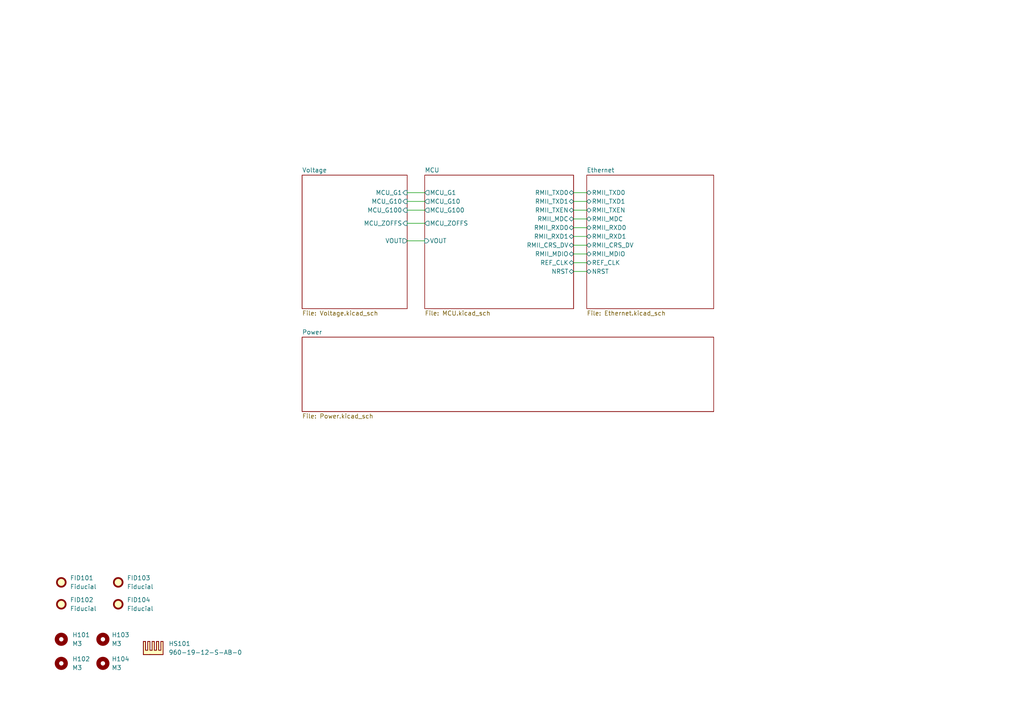
<source format=kicad_sch>
(kicad_sch
	(version 20231120)
	(generator "eeschema")
	(generator_version "8.0")
	(uuid "e8a00664-7a76-490e-9471-410cd41c5487")
	(paper "A4")
	(lib_symbols
		(symbol "Mechanical:Fiducial"
			(exclude_from_sim no)
			(in_bom yes)
			(on_board yes)
			(property "Reference" "FID"
				(at 0 5.08 0)
				(effects
					(font
						(size 1.27 1.27)
					)
				)
			)
			(property "Value" "Fiducial"
				(at 0 3.175 0)
				(effects
					(font
						(size 1.27 1.27)
					)
				)
			)
			(property "Footprint" ""
				(at 0 0 0)
				(effects
					(font
						(size 1.27 1.27)
					)
					(hide yes)
				)
			)
			(property "Datasheet" "~"
				(at 0 0 0)
				(effects
					(font
						(size 1.27 1.27)
					)
					(hide yes)
				)
			)
			(property "Description" "Fiducial Marker"
				(at 0 0 0)
				(effects
					(font
						(size 1.27 1.27)
					)
					(hide yes)
				)
			)
			(property "ki_keywords" "fiducial marker"
				(at 0 0 0)
				(effects
					(font
						(size 1.27 1.27)
					)
					(hide yes)
				)
			)
			(property "ki_fp_filters" "Fiducial*"
				(at 0 0 0)
				(effects
					(font
						(size 1.27 1.27)
					)
					(hide yes)
				)
			)
			(symbol "Fiducial_0_1"
				(circle
					(center 0 0)
					(radius 1.27)
					(stroke
						(width 0.508)
						(type default)
					)
					(fill
						(type background)
					)
				)
			)
		)
		(symbol "Mechanical:Heatsink"
			(pin_names
				(offset 1.016)
			)
			(exclude_from_sim no)
			(in_bom yes)
			(on_board yes)
			(property "Reference" "HS"
				(at 0 5.08 0)
				(effects
					(font
						(size 1.27 1.27)
					)
				)
			)
			(property "Value" "Heatsink"
				(at 0 -1.27 0)
				(effects
					(font
						(size 1.27 1.27)
					)
				)
			)
			(property "Footprint" ""
				(at 0.3048 0 0)
				(effects
					(font
						(size 1.27 1.27)
					)
					(hide yes)
				)
			)
			(property "Datasheet" "~"
				(at 0.3048 0 0)
				(effects
					(font
						(size 1.27 1.27)
					)
					(hide yes)
				)
			)
			(property "Description" "Heatsink"
				(at 0 0 0)
				(effects
					(font
						(size 1.27 1.27)
					)
					(hide yes)
				)
			)
			(property "ki_keywords" "thermal heat temperature"
				(at 0 0 0)
				(effects
					(font
						(size 1.27 1.27)
					)
					(hide yes)
				)
			)
			(property "ki_fp_filters" "Heatsink_*"
				(at 0 0 0)
				(effects
					(font
						(size 1.27 1.27)
					)
					(hide yes)
				)
			)
			(symbol "Heatsink_0_1"
				(polyline
					(pts
						(xy -0.3302 1.27) (xy -0.9652 1.27) (xy -0.9652 3.81) (xy -1.6002 3.81) (xy -1.6002 1.27) (xy -2.2352 1.27)
						(xy -2.2352 3.81) (xy -2.8702 3.81) (xy -2.8702 0) (xy -0.9652 0)
					)
					(stroke
						(width 0.254)
						(type default)
					)
					(fill
						(type background)
					)
				)
				(polyline
					(pts
						(xy -0.3302 1.27) (xy -0.3302 3.81) (xy 0.3048 3.81) (xy 0.3048 1.27) (xy 0.9398 1.27) (xy 0.9398 3.81)
						(xy 1.5748 3.81) (xy 1.5748 1.27) (xy 2.2098 1.27) (xy 2.2098 3.81) (xy 2.8448 3.81) (xy 2.8448 0)
						(xy -0.9652 0)
					)
					(stroke
						(width 0.254)
						(type default)
					)
					(fill
						(type background)
					)
				)
			)
		)
		(symbol "Mechanical:MountingHole"
			(pin_names
				(offset 1.016)
			)
			(exclude_from_sim no)
			(in_bom yes)
			(on_board yes)
			(property "Reference" "H"
				(at 0 5.08 0)
				(effects
					(font
						(size 1.27 1.27)
					)
				)
			)
			(property "Value" "MountingHole"
				(at 0 3.175 0)
				(effects
					(font
						(size 1.27 1.27)
					)
				)
			)
			(property "Footprint" ""
				(at 0 0 0)
				(effects
					(font
						(size 1.27 1.27)
					)
					(hide yes)
				)
			)
			(property "Datasheet" "~"
				(at 0 0 0)
				(effects
					(font
						(size 1.27 1.27)
					)
					(hide yes)
				)
			)
			(property "Description" "Mounting Hole without connection"
				(at 0 0 0)
				(effects
					(font
						(size 1.27 1.27)
					)
					(hide yes)
				)
			)
			(property "ki_keywords" "mounting hole"
				(at 0 0 0)
				(effects
					(font
						(size 1.27 1.27)
					)
					(hide yes)
				)
			)
			(property "ki_fp_filters" "MountingHole*"
				(at 0 0 0)
				(effects
					(font
						(size 1.27 1.27)
					)
					(hide yes)
				)
			)
			(symbol "MountingHole_0_1"
				(circle
					(center 0 0)
					(radius 1.27)
					(stroke
						(width 1.27)
						(type default)
					)
					(fill
						(type none)
					)
				)
			)
		)
	)
	(wire
		(pts
			(xy 118.11 58.42) (xy 123.19 58.42)
		)
		(stroke
			(width 0)
			(type default)
		)
		(uuid "20a91d1e-e635-422a-bc72-c51d2ac6b466")
	)
	(wire
		(pts
			(xy 118.11 69.85) (xy 123.19 69.85)
		)
		(stroke
			(width 0)
			(type default)
		)
		(uuid "51313f26-49fa-483c-b7ee-f15e6125a6f5")
	)
	(wire
		(pts
			(xy 166.37 58.42) (xy 170.18 58.42)
		)
		(stroke
			(width 0)
			(type default)
		)
		(uuid "52afba11-b750-474b-84c7-0adc0639379f")
	)
	(wire
		(pts
			(xy 166.37 71.12) (xy 170.18 71.12)
		)
		(stroke
			(width 0)
			(type default)
		)
		(uuid "588ba29f-7973-473f-afd7-5dd7559796a1")
	)
	(wire
		(pts
			(xy 118.11 64.77) (xy 123.19 64.77)
		)
		(stroke
			(width 0)
			(type default)
		)
		(uuid "6313f874-119e-40e1-911d-0b5cddf89a8d")
	)
	(wire
		(pts
			(xy 166.37 63.5) (xy 170.18 63.5)
		)
		(stroke
			(width 0)
			(type default)
		)
		(uuid "6df94a4a-2e3f-4e28-9ccd-02a52b244871")
	)
	(wire
		(pts
			(xy 166.37 76.2) (xy 170.18 76.2)
		)
		(stroke
			(width 0)
			(type default)
		)
		(uuid "816b34fa-29f0-4a0e-81d3-5f003a1203d6")
	)
	(wire
		(pts
			(xy 166.37 73.66) (xy 170.18 73.66)
		)
		(stroke
			(width 0)
			(type default)
		)
		(uuid "8a9c2b91-50aa-4243-97d3-46cef83f90a9")
	)
	(wire
		(pts
			(xy 166.37 60.96) (xy 170.18 60.96)
		)
		(stroke
			(width 0)
			(type default)
		)
		(uuid "9e0fa05e-fde0-459e-b467-e5e774ca65b9")
	)
	(wire
		(pts
			(xy 166.37 66.04) (xy 170.18 66.04)
		)
		(stroke
			(width 0)
			(type default)
		)
		(uuid "9f74852c-09c7-4d4e-8199-12da3f389930")
	)
	(wire
		(pts
			(xy 166.37 78.74) (xy 170.18 78.74)
		)
		(stroke
			(width 0)
			(type default)
		)
		(uuid "a42f9a50-681e-4fba-adff-e40a12c9a717")
	)
	(wire
		(pts
			(xy 118.11 60.96) (xy 123.19 60.96)
		)
		(stroke
			(width 0)
			(type default)
		)
		(uuid "c8170beb-bf3a-45db-af4e-8f4ee9d9cbbc")
	)
	(wire
		(pts
			(xy 118.11 55.88) (xy 123.19 55.88)
		)
		(stroke
			(width 0)
			(type default)
		)
		(uuid "c89ceef6-aac1-45b9-b647-da521838ca08")
	)
	(wire
		(pts
			(xy 166.37 68.58) (xy 170.18 68.58)
		)
		(stroke
			(width 0)
			(type default)
		)
		(uuid "d12d0780-45f6-4fde-aa11-49673dfb4bf1")
	)
	(wire
		(pts
			(xy 166.37 55.88) (xy 170.18 55.88)
		)
		(stroke
			(width 0)
			(type default)
		)
		(uuid "e408b3f7-71c7-4c5d-bcb6-7028ef0ab446")
	)
	(symbol
		(lib_id "Mechanical:MountingHole")
		(at 17.78 192.405 0)
		(unit 1)
		(exclude_from_sim no)
		(in_bom yes)
		(on_board yes)
		(dnp no)
		(fields_autoplaced yes)
		(uuid "175aa557-ae78-4d55-b7e3-b119d8d861f0")
		(property "Reference" "H102"
			(at 20.955 191.135 0)
			(effects
				(font
					(size 1.27 1.27)
				)
				(justify left)
			)
		)
		(property "Value" "M3"
			(at 20.955 193.675 0)
			(effects
				(font
					(size 1.27 1.27)
				)
				(justify left)
			)
		)
		(property "Footprint" "MountingHole:MountingHole_3.2mm_M3_DIN965_Pad"
			(at 17.78 192.405 0)
			(effects
				(font
					(size 1.27 1.27)
				)
				(hide yes)
			)
		)
		(property "Datasheet" "~"
			(at 17.78 192.405 0)
			(effects
				(font
					(size 1.27 1.27)
				)
				(hide yes)
			)
		)
		(property "Description" ""
			(at 17.78 192.405 0)
			(effects
				(font
					(size 1.27 1.27)
				)
				(hide yes)
			)
		)
		(instances
			(project "ETH1ACPL-C79x"
				(path "/e8a00664-7a76-490e-9471-410cd41c5487"
					(reference "H102")
					(unit 1)
				)
			)
		)
	)
	(symbol
		(lib_id "Mechanical:MountingHole")
		(at 29.845 192.405 0)
		(unit 1)
		(exclude_from_sim no)
		(in_bom yes)
		(on_board yes)
		(dnp no)
		(fields_autoplaced yes)
		(uuid "198cbb0e-a3dd-45fe-9cd1-30cf3f62756d")
		(property "Reference" "H104"
			(at 32.385 191.135 0)
			(effects
				(font
					(size 1.27 1.27)
				)
				(justify left)
			)
		)
		(property "Value" "M3"
			(at 32.385 193.675 0)
			(effects
				(font
					(size 1.27 1.27)
				)
				(justify left)
			)
		)
		(property "Footprint" "MountingHole:MountingHole_3.2mm_M3_DIN965_Pad"
			(at 29.845 192.405 0)
			(effects
				(font
					(size 1.27 1.27)
				)
				(hide yes)
			)
		)
		(property "Datasheet" "~"
			(at 29.845 192.405 0)
			(effects
				(font
					(size 1.27 1.27)
				)
				(hide yes)
			)
		)
		(property "Description" ""
			(at 29.845 192.405 0)
			(effects
				(font
					(size 1.27 1.27)
				)
				(hide yes)
			)
		)
		(instances
			(project "ETH1ACPL-C79x"
				(path "/e8a00664-7a76-490e-9471-410cd41c5487"
					(reference "H104")
					(unit 1)
				)
			)
		)
	)
	(symbol
		(lib_id "Mechanical:Heatsink")
		(at 44.45 189.865 0)
		(unit 1)
		(exclude_from_sim no)
		(in_bom yes)
		(on_board yes)
		(dnp no)
		(fields_autoplaced yes)
		(uuid "2df38af2-1109-4d96-8be9-961d8335a4c5")
		(property "Reference" "HS101"
			(at 48.895 186.69 0)
			(effects
				(font
					(size 1.27 1.27)
				)
				(justify left)
			)
		)
		(property "Value" "960-19-12-S-AB-0"
			(at 48.895 189.23 0)
			(effects
				(font
					(size 1.27 1.27)
				)
				(justify left)
			)
		)
		(property "Footprint" "ETH1ACPL-C79x:960-19-12-S-AB-0"
			(at 44.7548 189.865 0)
			(effects
				(font
					(size 1.27 1.27)
				)
				(hide yes)
			)
		)
		(property "Datasheet" "~"
			(at 44.7548 189.865 0)
			(effects
				(font
					(size 1.27 1.27)
				)
				(hide yes)
			)
		)
		(property "Description" ""
			(at 44.45 189.865 0)
			(effects
				(font
					(size 1.27 1.27)
				)
				(hide yes)
			)
		)
		(instances
			(project "ETH1ACPL-C79x"
				(path "/e8a00664-7a76-490e-9471-410cd41c5487"
					(reference "HS101")
					(unit 1)
				)
			)
		)
	)
	(symbol
		(lib_id "Mechanical:Fiducial")
		(at 17.78 168.91 0)
		(unit 1)
		(exclude_from_sim no)
		(in_bom yes)
		(on_board yes)
		(dnp no)
		(fields_autoplaced yes)
		(uuid "32060e30-b8d6-4a70-b9b5-27a51ea0f15b")
		(property "Reference" "FID101"
			(at 20.32 167.6399 0)
			(effects
				(font
					(size 1.27 1.27)
				)
				(justify left)
			)
		)
		(property "Value" "Fiducial"
			(at 20.32 170.1799 0)
			(effects
				(font
					(size 1.27 1.27)
				)
				(justify left)
			)
		)
		(property "Footprint" "Fiducial:Fiducial_1.5mm_Mask3mm"
			(at 17.78 168.91 0)
			(effects
				(font
					(size 1.27 1.27)
				)
				(hide yes)
			)
		)
		(property "Datasheet" "~"
			(at 17.78 168.91 0)
			(effects
				(font
					(size 1.27 1.27)
				)
				(hide yes)
			)
		)
		(property "Description" "Fiducial Marker"
			(at 17.78 168.91 0)
			(effects
				(font
					(size 1.27 1.27)
				)
				(hide yes)
			)
		)
		(instances
			(project "ETH1ACPL-C79x"
				(path "/e8a00664-7a76-490e-9471-410cd41c5487"
					(reference "FID101")
					(unit 1)
				)
			)
		)
	)
	(symbol
		(lib_id "Mechanical:Fiducial")
		(at 17.78 175.26 0)
		(unit 1)
		(exclude_from_sim no)
		(in_bom yes)
		(on_board yes)
		(dnp no)
		(fields_autoplaced yes)
		(uuid "49b056c9-cff9-478a-9c7f-1392f855ddac")
		(property "Reference" "FID102"
			(at 20.32 173.9899 0)
			(effects
				(font
					(size 1.27 1.27)
				)
				(justify left)
			)
		)
		(property "Value" "Fiducial"
			(at 20.32 176.5299 0)
			(effects
				(font
					(size 1.27 1.27)
				)
				(justify left)
			)
		)
		(property "Footprint" "Fiducial:Fiducial_1.5mm_Mask3mm"
			(at 17.78 175.26 0)
			(effects
				(font
					(size 1.27 1.27)
				)
				(hide yes)
			)
		)
		(property "Datasheet" "~"
			(at 17.78 175.26 0)
			(effects
				(font
					(size 1.27 1.27)
				)
				(hide yes)
			)
		)
		(property "Description" "Fiducial Marker"
			(at 17.78 175.26 0)
			(effects
				(font
					(size 1.27 1.27)
				)
				(hide yes)
			)
		)
		(instances
			(project "ETH1ACPL-C79x"
				(path "/e8a00664-7a76-490e-9471-410cd41c5487"
					(reference "FID102")
					(unit 1)
				)
			)
		)
	)
	(symbol
		(lib_id "Mechanical:MountingHole")
		(at 17.78 185.42 0)
		(unit 1)
		(exclude_from_sim no)
		(in_bom yes)
		(on_board yes)
		(dnp no)
		(fields_autoplaced yes)
		(uuid "9a49d7c2-a71f-4ecd-9cce-1c043b9cee8b")
		(property "Reference" "H101"
			(at 20.955 184.15 0)
			(effects
				(font
					(size 1.27 1.27)
				)
				(justify left)
			)
		)
		(property "Value" "M3"
			(at 20.955 186.69 0)
			(effects
				(font
					(size 1.27 1.27)
				)
				(justify left)
			)
		)
		(property "Footprint" "MountingHole:MountingHole_3.2mm_M3_DIN965"
			(at 17.78 185.42 0)
			(effects
				(font
					(size 1.27 1.27)
				)
				(hide yes)
			)
		)
		(property "Datasheet" "~"
			(at 17.78 185.42 0)
			(effects
				(font
					(size 1.27 1.27)
				)
				(hide yes)
			)
		)
		(property "Description" ""
			(at 17.78 185.42 0)
			(effects
				(font
					(size 1.27 1.27)
				)
				(hide yes)
			)
		)
		(instances
			(project "ETH1ACPL-C79x"
				(path "/e8a00664-7a76-490e-9471-410cd41c5487"
					(reference "H101")
					(unit 1)
				)
			)
		)
	)
	(symbol
		(lib_id "Mechanical:MountingHole")
		(at 29.845 185.42 0)
		(unit 1)
		(exclude_from_sim no)
		(in_bom yes)
		(on_board yes)
		(dnp no)
		(fields_autoplaced yes)
		(uuid "9ed786e4-12e5-40f5-83c0-44e8979f7fab")
		(property "Reference" "H103"
			(at 32.385 184.15 0)
			(effects
				(font
					(size 1.27 1.27)
				)
				(justify left)
			)
		)
		(property "Value" "M3"
			(at 32.385 186.69 0)
			(effects
				(font
					(size 1.27 1.27)
				)
				(justify left)
			)
		)
		(property "Footprint" "MountingHole:MountingHole_3.2mm_M3_DIN965"
			(at 29.845 185.42 0)
			(effects
				(font
					(size 1.27 1.27)
				)
				(hide yes)
			)
		)
		(property "Datasheet" "~"
			(at 29.845 185.42 0)
			(effects
				(font
					(size 1.27 1.27)
				)
				(hide yes)
			)
		)
		(property "Description" ""
			(at 29.845 185.42 0)
			(effects
				(font
					(size 1.27 1.27)
				)
				(hide yes)
			)
		)
		(instances
			(project "ETH1ACPL-C79x"
				(path "/e8a00664-7a76-490e-9471-410cd41c5487"
					(reference "H103")
					(unit 1)
				)
			)
		)
	)
	(symbol
		(lib_id "Mechanical:Fiducial")
		(at 34.29 168.91 0)
		(unit 1)
		(exclude_from_sim no)
		(in_bom yes)
		(on_board yes)
		(dnp no)
		(fields_autoplaced yes)
		(uuid "a329ad3c-7c12-41a0-ba45-c23ba3c774cf")
		(property "Reference" "FID103"
			(at 36.83 167.6399 0)
			(effects
				(font
					(size 1.27 1.27)
				)
				(justify left)
			)
		)
		(property "Value" "Fiducial"
			(at 36.83 170.1799 0)
			(effects
				(font
					(size 1.27 1.27)
				)
				(justify left)
			)
		)
		(property "Footprint" "Fiducial:Fiducial_1.5mm_Mask3mm"
			(at 34.29 168.91 0)
			(effects
				(font
					(size 1.27 1.27)
				)
				(hide yes)
			)
		)
		(property "Datasheet" "~"
			(at 34.29 168.91 0)
			(effects
				(font
					(size 1.27 1.27)
				)
				(hide yes)
			)
		)
		(property "Description" "Fiducial Marker"
			(at 34.29 168.91 0)
			(effects
				(font
					(size 1.27 1.27)
				)
				(hide yes)
			)
		)
		(instances
			(project "ETH1ACPL-C79x"
				(path "/e8a00664-7a76-490e-9471-410cd41c5487"
					(reference "FID103")
					(unit 1)
				)
			)
		)
	)
	(symbol
		(lib_id "Mechanical:Fiducial")
		(at 34.29 175.26 0)
		(unit 1)
		(exclude_from_sim no)
		(in_bom yes)
		(on_board yes)
		(dnp no)
		(fields_autoplaced yes)
		(uuid "fb4f35aa-3e7a-463f-92cf-9c8b13c20256")
		(property "Reference" "FID104"
			(at 36.83 173.9899 0)
			(effects
				(font
					(size 1.27 1.27)
				)
				(justify left)
			)
		)
		(property "Value" "Fiducial"
			(at 36.83 176.5299 0)
			(effects
				(font
					(size 1.27 1.27)
				)
				(justify left)
			)
		)
		(property "Footprint" "Fiducial:Fiducial_1.5mm_Mask3mm"
			(at 34.29 175.26 0)
			(effects
				(font
					(size 1.27 1.27)
				)
				(hide yes)
			)
		)
		(property "Datasheet" "~"
			(at 34.29 175.26 0)
			(effects
				(font
					(size 1.27 1.27)
				)
				(hide yes)
			)
		)
		(property "Description" "Fiducial Marker"
			(at 34.29 175.26 0)
			(effects
				(font
					(size 1.27 1.27)
				)
				(hide yes)
			)
		)
		(instances
			(project "ETH1ACPL-C79x"
				(path "/e8a00664-7a76-490e-9471-410cd41c5487"
					(reference "FID104")
					(unit 1)
				)
			)
		)
	)
	(sheet
		(at 87.63 50.8)
		(size 30.48 38.735)
		(fields_autoplaced yes)
		(stroke
			(width 0.1524)
			(type solid)
		)
		(fill
			(color 0 0 0 0.0000)
		)
		(uuid "0c5ac836-56da-45d2-a861-346d6ac8e804")
		(property "Sheetname" "Voltage"
			(at 87.63 50.0884 0)
			(effects
				(font
					(size 1.27 1.27)
				)
				(justify left bottom)
			)
		)
		(property "Sheetfile" "Voltage.kicad_sch"
			(at 87.63 90.1196 0)
			(effects
				(font
					(size 1.27 1.27)
				)
				(justify left top)
			)
		)
		(pin "VOUT" output
			(at 118.11 69.85 0)
			(effects
				(font
					(size 1.27 1.27)
				)
				(justify right)
			)
			(uuid "2ccab28d-25d6-432f-8db0-13d15c14dd6f")
		)
		(pin "MCU_G1" input
			(at 118.11 55.88 0)
			(effects
				(font
					(size 1.27 1.27)
				)
				(justify right)
			)
			(uuid "20fee87e-5b85-4baf-892e-d26f8c2d6adc")
		)
		(pin "MCU_G10" input
			(at 118.11 58.42 0)
			(effects
				(font
					(size 1.27 1.27)
				)
				(justify right)
			)
			(uuid "90dd0093-f7d6-4d6a-abc5-2480025414a5")
		)
		(pin "MCU_G100" input
			(at 118.11 60.96 0)
			(effects
				(font
					(size 1.27 1.27)
				)
				(justify right)
			)
			(uuid "5ce5af33-b3a6-40e2-9a9c-8cba61f20d48")
		)
		(pin "MCU_ZOFFS" input
			(at 118.11 64.77 0)
			(effects
				(font
					(size 1.27 1.27)
				)
				(justify right)
			)
			(uuid "ca60b918-b80a-4bf8-8a23-05d0ba2caa94")
		)
		(instances
			(project "ETH1ACPL-C79x"
				(path "/e8a00664-7a76-490e-9471-410cd41c5487"
					(page "5")
				)
			)
		)
	)
	(sheet
		(at 170.18 50.8)
		(size 36.83 38.735)
		(fields_autoplaced yes)
		(stroke
			(width 0.1524)
			(type solid)
		)
		(fill
			(color 0 0 0 0.0000)
		)
		(uuid "2901751b-a680-4678-bb03-eb29728a9ca7")
		(property "Sheetname" "Ethernet"
			(at 170.18 50.0884 0)
			(effects
				(font
					(size 1.27 1.27)
				)
				(justify left bottom)
			)
		)
		(property "Sheetfile" "Ethernet.kicad_sch"
			(at 170.18 90.1196 0)
			(effects
				(font
					(size 1.27 1.27)
				)
				(justify left top)
			)
		)
		(pin "REF_CLK" bidirectional
			(at 170.18 76.2 180)
			(effects
				(font
					(size 1.27 1.27)
				)
				(justify left)
			)
			(uuid "92bf75ba-5652-4a24-af76-d9d5f5618ede")
		)
		(pin "RMII_MDIO" bidirectional
			(at 170.18 73.66 180)
			(effects
				(font
					(size 1.27 1.27)
				)
				(justify left)
			)
			(uuid "d49fb92b-6e06-4505-968f-6a018115063d")
		)
		(pin "RMII_MDC" bidirectional
			(at 170.18 63.5 180)
			(effects
				(font
					(size 1.27 1.27)
				)
				(justify left)
			)
			(uuid "a895d677-6056-4253-bf83-c35d33922cba")
		)
		(pin "NRST" bidirectional
			(at 170.18 78.74 180)
			(effects
				(font
					(size 1.27 1.27)
				)
				(justify left)
			)
			(uuid "ba900094-f261-47c1-ae72-5775ab159731")
		)
		(pin "RMII_TXD1" bidirectional
			(at 170.18 58.42 180)
			(effects
				(font
					(size 1.27 1.27)
				)
				(justify left)
			)
			(uuid "160c31ef-219a-4fdc-8fbc-d811041bf20f")
		)
		(pin "RMII_CRS_DV" bidirectional
			(at 170.18 71.12 180)
			(effects
				(font
					(size 1.27 1.27)
				)
				(justify left)
			)
			(uuid "8b0a6e6b-91d0-44ce-a6e3-cace74594553")
		)
		(pin "RMII_RXD1" bidirectional
			(at 170.18 68.58 180)
			(effects
				(font
					(size 1.27 1.27)
				)
				(justify left)
			)
			(uuid "7d65146a-0869-490c-ab15-1143d317f1c5")
		)
		(pin "RMII_TXD0" bidirectional
			(at 170.18 55.88 180)
			(effects
				(font
					(size 1.27 1.27)
				)
				(justify left)
			)
			(uuid "f8502cf2-af36-4392-8f51-669cf5b08fdb")
		)
		(pin "RMII_TXEN" bidirectional
			(at 170.18 60.96 180)
			(effects
				(font
					(size 1.27 1.27)
				)
				(justify left)
			)
			(uuid "c59df906-bcdc-4fac-a6a1-5934d5de5932")
		)
		(pin "RMII_RXD0" bidirectional
			(at 170.18 66.04 180)
			(effects
				(font
					(size 1.27 1.27)
				)
				(justify left)
			)
			(uuid "7502d5f1-de64-4b5f-a4d4-92afa971c370")
		)
		(instances
			(project "ETH1ACPL-C79x"
				(path "/e8a00664-7a76-490e-9471-410cd41c5487"
					(page "4")
				)
			)
		)
	)
	(sheet
		(at 123.19 50.8)
		(size 43.18 38.735)
		(fields_autoplaced yes)
		(stroke
			(width 0.1524)
			(type solid)
		)
		(fill
			(color 0 0 0 0.0000)
		)
		(uuid "79c23414-ecb6-4a0c-899f-871e97dd0b96")
		(property "Sheetname" "MCU"
			(at 123.19 50.0884 0)
			(effects
				(font
					(size 1.27 1.27)
				)
				(justify left bottom)
			)
		)
		(property "Sheetfile" "MCU.kicad_sch"
			(at 123.19 90.1196 0)
			(effects
				(font
					(size 1.27 1.27)
				)
				(justify left top)
			)
		)
		(pin "RMII_TXD1" bidirectional
			(at 166.37 58.42 0)
			(effects
				(font
					(size 1.27 1.27)
				)
				(justify right)
			)
			(uuid "d03b7559-aab4-4ead-ba5f-54e33d7671b6")
		)
		(pin "RMII_TXEN" bidirectional
			(at 166.37 60.96 0)
			(effects
				(font
					(size 1.27 1.27)
				)
				(justify right)
			)
			(uuid "e3929422-6c0a-478f-a22b-9a5bce6dbdf3")
		)
		(pin "RMII_TXD0" bidirectional
			(at 166.37 55.88 0)
			(effects
				(font
					(size 1.27 1.27)
				)
				(justify right)
			)
			(uuid "4cd2e067-4aeb-4120-abcb-a6c0635c070a")
		)
		(pin "RMII_MDC" bidirectional
			(at 166.37 63.5 0)
			(effects
				(font
					(size 1.27 1.27)
				)
				(justify right)
			)
			(uuid "2aeadfe3-470f-41ec-9071-221e784cf0a4")
		)
		(pin "RMII_RXD0" bidirectional
			(at 166.37 66.04 0)
			(effects
				(font
					(size 1.27 1.27)
				)
				(justify right)
			)
			(uuid "8a36fcc6-2350-43da-a548-78032bdc8f35")
		)
		(pin "RMII_RXD1" bidirectional
			(at 166.37 68.58 0)
			(effects
				(font
					(size 1.27 1.27)
				)
				(justify right)
			)
			(uuid "d1945b44-cca9-4402-82e6-ef721f137f51")
		)
		(pin "RMII_CRS_DV" bidirectional
			(at 166.37 71.12 0)
			(effects
				(font
					(size 1.27 1.27)
				)
				(justify right)
			)
			(uuid "bfb2f5cf-7790-4cd2-bc93-c859febf32a5")
		)
		(pin "RMII_MDIO" bidirectional
			(at 166.37 73.66 0)
			(effects
				(font
					(size 1.27 1.27)
				)
				(justify right)
			)
			(uuid "9bea18bd-3c41-438e-9f61-616a8378aa7c")
		)
		(pin "REF_CLK" bidirectional
			(at 166.37 76.2 0)
			(effects
				(font
					(size 1.27 1.27)
				)
				(justify right)
			)
			(uuid "6ea26f0c-5354-4ed4-9d99-8ee95ee7c85b")
		)
		(pin "MCU_G10" output
			(at 123.19 58.42 180)
			(effects
				(font
					(size 1.27 1.27)
				)
				(justify left)
			)
			(uuid "1568d592-7b2f-41f1-b800-1bf196c686fd")
		)
		(pin "MCU_G100" output
			(at 123.19 60.96 180)
			(effects
				(font
					(size 1.27 1.27)
				)
				(justify left)
			)
			(uuid "d7a6d92b-4063-4075-8c85-d4bdc32346ef")
		)
		(pin "MCU_G1" output
			(at 123.19 55.88 180)
			(effects
				(font
					(size 1.27 1.27)
				)
				(justify left)
			)
			(uuid "6f87e5d6-f3db-4507-ab97-3eeceab208da")
		)
		(pin "MCU_ZOFFS" output
			(at 123.19 64.77 180)
			(effects
				(font
					(size 1.27 1.27)
				)
				(justify left)
			)
			(uuid "46ef9ea4-1af6-46f3-8bdf-44f16ec023d7")
		)
		(pin "NRST" bidirectional
			(at 166.37 78.74 0)
			(effects
				(font
					(size 1.27 1.27)
				)
				(justify right)
			)
			(uuid "ddda8bb6-32f6-43db-bd96-255a92778f4f")
		)
		(pin "VOUT" input
			(at 123.19 69.85 180)
			(effects
				(font
					(size 1.27 1.27)
				)
				(justify left)
			)
			(uuid "ae52fac3-d0a7-4e71-86c8-88bd553cee46")
		)
		(instances
			(project "ETH1ACPL-C79x"
				(path "/e8a00664-7a76-490e-9471-410cd41c5487"
					(page "2")
				)
			)
		)
	)
	(sheet
		(at 87.63 97.79)
		(size 119.38 21.59)
		(fields_autoplaced yes)
		(stroke
			(width 0.1524)
			(type solid)
		)
		(fill
			(color 0 0 0 0.0000)
		)
		(uuid "d0597d9a-2af7-4806-9c00-c21758574279")
		(property "Sheetname" "Power"
			(at 87.63 97.0784 0)
			(effects
				(font
					(size 1.27 1.27)
				)
				(justify left bottom)
			)
		)
		(property "Sheetfile" "Power.kicad_sch"
			(at 87.63 119.9646 0)
			(effects
				(font
					(size 1.27 1.27)
				)
				(justify left top)
			)
		)
		(instances
			(project "ETH1ACPL-C79x"
				(path "/e8a00664-7a76-490e-9471-410cd41c5487"
					(page "3")
				)
			)
		)
	)
	(sheet_instances
		(path "/"
			(page "1")
		)
	)
)
</source>
